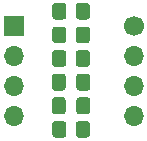
<source format=gbr>
%TF.GenerationSoftware,KiCad,Pcbnew,(5.1.10)-1*%
%TF.CreationDate,2021-11-22T19:14:46+01:00*%
%TF.ProjectId,Adapter-VCNL4200,41646170-7465-4722-9d56-434e4c343230,rev?*%
%TF.SameCoordinates,Original*%
%TF.FileFunction,Soldermask,Bot*%
%TF.FilePolarity,Negative*%
%FSLAX46Y46*%
G04 Gerber Fmt 4.6, Leading zero omitted, Abs format (unit mm)*
G04 Created by KiCad (PCBNEW (5.1.10)-1) date 2021-11-22 19:14:46*
%MOMM*%
%LPD*%
G01*
G04 APERTURE LIST*
%ADD10O,1.700000X1.700000*%
%ADD11C,1.700000*%
%ADD12R,1.700000X1.700000*%
G04 APERTURE END LIST*
%TO.C,R4*%
G36*
G01*
X156400000Y-137450001D02*
X156400000Y-136549999D01*
G75*
G02*
X156649999Y-136300000I249999J0D01*
G01*
X157350001Y-136300000D01*
G75*
G02*
X157600000Y-136549999I0J-249999D01*
G01*
X157600000Y-137450001D01*
G75*
G02*
X157350001Y-137700000I-249999J0D01*
G01*
X156649999Y-137700000D01*
G75*
G02*
X156400000Y-137450001I0J249999D01*
G01*
G37*
G36*
G01*
X154400000Y-137450001D02*
X154400000Y-136549999D01*
G75*
G02*
X154649999Y-136300000I249999J0D01*
G01*
X155350001Y-136300000D01*
G75*
G02*
X155600000Y-136549999I0J-249999D01*
G01*
X155600000Y-137450001D01*
G75*
G02*
X155350001Y-137700000I-249999J0D01*
G01*
X154649999Y-137700000D01*
G75*
G02*
X154400000Y-137450001I0J249999D01*
G01*
G37*
%TD*%
%TO.C,R3*%
G36*
G01*
X156400000Y-131450001D02*
X156400000Y-130549999D01*
G75*
G02*
X156649999Y-130300000I249999J0D01*
G01*
X157350001Y-130300000D01*
G75*
G02*
X157600000Y-130549999I0J-249999D01*
G01*
X157600000Y-131450001D01*
G75*
G02*
X157350001Y-131700000I-249999J0D01*
G01*
X156649999Y-131700000D01*
G75*
G02*
X156400000Y-131450001I0J249999D01*
G01*
G37*
G36*
G01*
X154400000Y-131450001D02*
X154400000Y-130549999D01*
G75*
G02*
X154649999Y-130300000I249999J0D01*
G01*
X155350001Y-130300000D01*
G75*
G02*
X155600000Y-130549999I0J-249999D01*
G01*
X155600000Y-131450001D01*
G75*
G02*
X155350001Y-131700000I-249999J0D01*
G01*
X154649999Y-131700000D01*
G75*
G02*
X154400000Y-131450001I0J249999D01*
G01*
G37*
%TD*%
%TO.C,R2*%
G36*
G01*
X156400000Y-129450001D02*
X156400000Y-128549999D01*
G75*
G02*
X156649999Y-128300000I249999J0D01*
G01*
X157350001Y-128300000D01*
G75*
G02*
X157600000Y-128549999I0J-249999D01*
G01*
X157600000Y-129450001D01*
G75*
G02*
X157350001Y-129700000I-249999J0D01*
G01*
X156649999Y-129700000D01*
G75*
G02*
X156400000Y-129450001I0J249999D01*
G01*
G37*
G36*
G01*
X154400000Y-129450001D02*
X154400000Y-128549999D01*
G75*
G02*
X154649999Y-128300000I249999J0D01*
G01*
X155350001Y-128300000D01*
G75*
G02*
X155600000Y-128549999I0J-249999D01*
G01*
X155600000Y-129450001D01*
G75*
G02*
X155350001Y-129700000I-249999J0D01*
G01*
X154649999Y-129700000D01*
G75*
G02*
X154400000Y-129450001I0J249999D01*
G01*
G37*
%TD*%
%TO.C,R1*%
G36*
G01*
X156400000Y-127450001D02*
X156400000Y-126549999D01*
G75*
G02*
X156649999Y-126300000I249999J0D01*
G01*
X157350001Y-126300000D01*
G75*
G02*
X157600000Y-126549999I0J-249999D01*
G01*
X157600000Y-127450001D01*
G75*
G02*
X157350001Y-127700000I-249999J0D01*
G01*
X156649999Y-127700000D01*
G75*
G02*
X156400000Y-127450001I0J249999D01*
G01*
G37*
G36*
G01*
X154400000Y-127450001D02*
X154400000Y-126549999D01*
G75*
G02*
X154649999Y-126300000I249999J0D01*
G01*
X155350001Y-126300000D01*
G75*
G02*
X155600000Y-126549999I0J-249999D01*
G01*
X155600000Y-127450001D01*
G75*
G02*
X155350001Y-127700000I-249999J0D01*
G01*
X154649999Y-127700000D01*
G75*
G02*
X154400000Y-127450001I0J249999D01*
G01*
G37*
%TD*%
D10*
%TO.C,J2*%
X161290000Y-135890000D03*
X161290000Y-133350000D03*
X161290000Y-130810000D03*
D11*
X161290000Y-128270000D03*
%TD*%
D10*
%TO.C,J1*%
X151130000Y-135890000D03*
X151130000Y-133350000D03*
X151130000Y-130810000D03*
D12*
X151130000Y-128270000D03*
%TD*%
%TO.C,C2*%
G36*
G01*
X156450000Y-133475000D02*
X156450000Y-132525000D01*
G75*
G02*
X156700000Y-132275000I250000J0D01*
G01*
X157375000Y-132275000D01*
G75*
G02*
X157625000Y-132525000I0J-250000D01*
G01*
X157625000Y-133475000D01*
G75*
G02*
X157375000Y-133725000I-250000J0D01*
G01*
X156700000Y-133725000D01*
G75*
G02*
X156450000Y-133475000I0J250000D01*
G01*
G37*
G36*
G01*
X154375000Y-133475000D02*
X154375000Y-132525000D01*
G75*
G02*
X154625000Y-132275000I250000J0D01*
G01*
X155300000Y-132275000D01*
G75*
G02*
X155550000Y-132525000I0J-250000D01*
G01*
X155550000Y-133475000D01*
G75*
G02*
X155300000Y-133725000I-250000J0D01*
G01*
X154625000Y-133725000D01*
G75*
G02*
X154375000Y-133475000I0J250000D01*
G01*
G37*
%TD*%
%TO.C,C1*%
G36*
G01*
X156450000Y-135475000D02*
X156450000Y-134525000D01*
G75*
G02*
X156700000Y-134275000I250000J0D01*
G01*
X157375000Y-134275000D01*
G75*
G02*
X157625000Y-134525000I0J-250000D01*
G01*
X157625000Y-135475000D01*
G75*
G02*
X157375000Y-135725000I-250000J0D01*
G01*
X156700000Y-135725000D01*
G75*
G02*
X156450000Y-135475000I0J250000D01*
G01*
G37*
G36*
G01*
X154375000Y-135475000D02*
X154375000Y-134525000D01*
G75*
G02*
X154625000Y-134275000I250000J0D01*
G01*
X155300000Y-134275000D01*
G75*
G02*
X155550000Y-134525000I0J-250000D01*
G01*
X155550000Y-135475000D01*
G75*
G02*
X155300000Y-135725000I-250000J0D01*
G01*
X154625000Y-135725000D01*
G75*
G02*
X154375000Y-135475000I0J250000D01*
G01*
G37*
%TD*%
M02*

</source>
